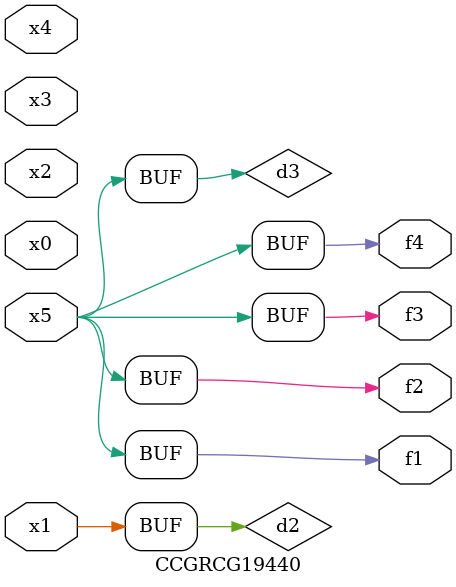
<source format=v>
module CCGRCG19440(
	input x0, x1, x2, x3, x4, x5,
	output f1, f2, f3, f4
);

	wire d1, d2, d3;

	not (d1, x5);
	or (d2, x1);
	xnor (d3, d1);
	assign f1 = d3;
	assign f2 = d3;
	assign f3 = d3;
	assign f4 = d3;
endmodule

</source>
